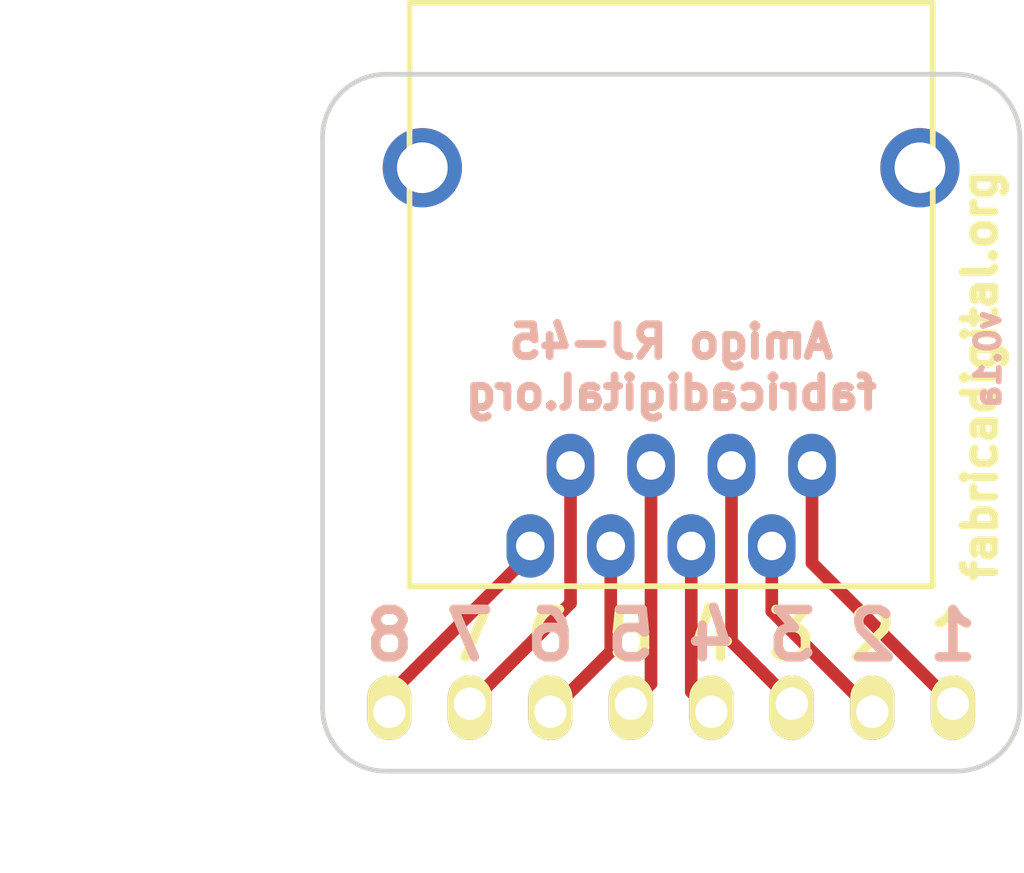
<source format=kicad_pcb>
(kicad_pcb (version 4) (host pcbnew 4.0.6-e0-6349~53~ubuntu16.04.1)

  (general
    (links 9)
    (no_connects 1)
    (area 128.040001 97.374999 160.505001 127.120001)
    (thickness 1.6)
    (drawings 29)
    (tracks 18)
    (zones 0)
    (modules 2)
    (nets 10)
  )

  (page A4)
  (layers
    (0 F.Cu signal)
    (31 B.Cu signal)
    (32 B.Adhes user)
    (33 F.Adhes user)
    (34 B.Paste user)
    (35 F.Paste user)
    (36 B.SilkS user)
    (37 F.SilkS user)
    (38 B.Mask user)
    (39 F.Mask user)
    (40 Dwgs.User user)
    (41 Cmts.User user)
    (42 Eco1.User user)
    (43 Eco2.User user)
    (44 Edge.Cuts user)
    (45 Margin user)
    (46 B.CrtYd user)
    (47 F.CrtYd user)
    (48 B.Fab user)
    (49 F.Fab user hide)
  )

  (setup
    (last_trace_width 0.25)
    (user_trace_width 0.25)
    (user_trace_width 0.4)
    (trace_clearance 0.2)
    (zone_clearance 0.508)
    (zone_45_only no)
    (trace_min 0.2)
    (segment_width 0.2)
    (edge_width 0.15)
    (via_size 0.6)
    (via_drill 0.4)
    (via_min_size 0.4)
    (via_min_drill 0.3)
    (uvia_size 0.3)
    (uvia_drill 0.1)
    (uvias_allowed no)
    (uvia_min_size 0.2)
    (uvia_min_drill 0.1)
    (pcb_text_width 0.3)
    (pcb_text_size 1.5 1.5)
    (mod_edge_width 0.15)
    (mod_text_size 1 1)
    (mod_text_width 0.15)
    (pad_size 1.524 1.524)
    (pad_drill 0.762)
    (pad_to_mask_clearance 0.2)
    (aux_axis_origin 138.43 121.92)
    (grid_origin 138.43 121.92)
    (visible_elements FFFFFF7F)
    (pcbplotparams
      (layerselection 0x010f0_80000001)
      (usegerberextensions true)
      (excludeedgelayer true)
      (linewidth 0.100000)
      (plotframeref false)
      (viasonmask false)
      (mode 1)
      (useauxorigin true)
      (hpglpennumber 1)
      (hpglpenspeed 20)
      (hpglpendiameter 15)
      (hpglpenoverlay 2)
      (psnegative false)
      (psa4output false)
      (plotreference true)
      (plotvalue true)
      (plotinvisibletext false)
      (padsonsilk false)
      (subtractmaskfromsilk false)
      (outputformat 1)
      (mirror false)
      (drillshape 0)
      (scaleselection 1)
      (outputdirectory fab))
  )

  (net 0 "")
  (net 1 /1)
  (net 2 /2)
  (net 3 /3)
  (net 4 /4)
  (net 5 /5)
  (net 6 /6)
  (net 7 /7)
  (net 8 /8)
  (net 9 "Net-(J1-Pad9)")

  (net_class Default "This is the default net class."
    (clearance 0.2)
    (trace_width 0.25)
    (via_dia 0.6)
    (via_drill 0.4)
    (uvia_dia 0.3)
    (uvia_drill 0.1)
    (add_net /1)
    (add_net /2)
    (add_net /3)
    (add_net /4)
    (add_net /5)
    (add_net /6)
    (add_net /7)
    (add_net /8)
    (add_net "Net-(J1-Pad9)")
  )

  (module sneaky-headers:sneaky_header_01x08_str_2.54mm (layer F.Cu) (tedit 593AC2F8) (tstamp 593ABE4F)
    (at 149.43 119.92 180)
    (path /593ABB4C)
    (fp_text reference P1 (at 0 1.905 180) (layer F.SilkS) hide
      (effects (font (size 1 1) (thickness 0.15)))
    )
    (fp_text value CONN_01X08 (at 0 -1.905 180) (layer F.Fab) hide
      (effects (font (size 1 1) (thickness 0.15)))
    )
    (pad 1 thru_hole oval (at -8.89 0.127 180) (size 1.397 2.032) (drill 1.016 (offset 0 -0.127)) (layers *.Cu *.Mask F.SilkS)
      (net 1 /1))
    (pad 2 thru_hole oval (at -6.35 -0.127 180) (size 1.397 2.032) (drill 1.016 (offset 0 0.127)) (layers *.Cu *.Mask F.SilkS)
      (net 2 /2))
    (pad 3 thru_hole oval (at -3.81 0.127 180) (size 1.397 2.032) (drill 1.016 (offset 0 -0.127)) (layers *.Cu *.Mask F.SilkS)
      (net 3 /3))
    (pad 4 thru_hole oval (at -1.27 -0.127 180) (size 1.397 2.032) (drill 1.016 (offset 0 0.127)) (layers *.Cu *.Mask F.SilkS)
      (net 4 /4))
    (pad 5 thru_hole oval (at 1.27 0.127 180) (size 1.397 2.032) (drill 1.016 (offset 0 -0.127)) (layers *.Cu *.Mask F.SilkS)
      (net 5 /5))
    (pad 6 thru_hole oval (at 3.81 -0.127 180) (size 1.397 2.032) (drill 1.016 (offset 0 0.127)) (layers *.Cu *.Mask F.SilkS)
      (net 6 /6))
    (pad 7 thru_hole oval (at 6.35 0.127 180) (size 1.397 2.032) (drill 1.016 (offset 0 -0.127)) (layers *.Cu *.Mask F.SilkS)
      (net 7 /7))
    (pad 8 thru_hole oval (at 8.89 -0.127 180) (size 1.397 2.032) (drill 1.016 (offset 0 0.127)) (layers *.Cu *.Mask F.SilkS)
      (net 8 /8))
  )

  (module assmann-wsw:AssmannWSW_A_2004_2_4 (layer F.Cu) (tedit 593ABE08) (tstamp 593ABB55)
    (at 149.43 105.92 180)
    (path /593ABA16)
    (fp_text reference J1 (at -0.0889 0 180) (layer F.SilkS) hide
      (effects (font (size 0.75 0.75) (thickness 0.18)))
    )
    (fp_text value RJ45 (at 0 6.985 180) (layer F.Fab) hide
      (effects (font (size 1 1) (thickness 0.15)))
    )
    (fp_line (start 8.255 8.255) (end 8.255 -10.16) (layer F.SilkS) (width 0.18))
    (fp_line (start 8.255 -10.16) (end -8.255 -10.16) (layer F.SilkS) (width 0.18))
    (fp_line (start -8.255 -10.16) (end -8.255 8.255) (layer F.SilkS) (width 0.18))
    (fp_line (start -8.255 8.255) (end 8.255 8.255) (layer F.SilkS) (width 0.18))
    (pad "" np_thru_hole circle (at -5.715 0 180) (size 3.2 3.2) (drill 3.2) (layers *.Cu *.Mask))
    (pad "" np_thru_hole circle (at 5.715 0 180) (size 3.2 3.2) (drill 3.2) (layers *.Cu *.Mask))
    (pad 1 thru_hole oval (at -4.445 -6.35 180) (size 1.5 2) (drill 0.9) (layers *.Cu *.Mask)
      (net 1 /1))
    (pad 2 thru_hole oval (at -3.175 -8.89 180) (size 1.5 2) (drill 0.9) (layers *.Cu *.Mask)
      (net 2 /2))
    (pad 3 thru_hole oval (at -1.905 -6.35 180) (size 1.5 2) (drill 0.9) (layers *.Cu *.Mask)
      (net 3 /3))
    (pad 4 thru_hole oval (at -0.635 -8.89 180) (size 1.5 2) (drill 0.9) (layers *.Cu *.Mask)
      (net 4 /4))
    (pad 5 thru_hole oval (at 0.635 -6.35 180) (size 1.5 2) (drill 0.9) (layers *.Cu *.Mask)
      (net 5 /5))
    (pad 6 thru_hole oval (at 1.905 -8.89 180) (size 1.5 2) (drill 0.9) (layers *.Cu *.Mask)
      (net 6 /6))
    (pad 7 thru_hole oval (at 3.175 -6.35 180) (size 1.5 2) (drill 0.9) (layers *.Cu *.Mask)
      (net 7 /7))
    (pad 8 thru_hole oval (at 4.445 -8.89 180) (size 1.5 2) (drill 0.9) (layers *.Cu *.Mask)
      (net 8 /8))
    (pad 9 thru_hole circle (at -7.85 3.05 180) (size 2.5 2.5) (drill 1.6) (layers *.Cu *.Mask)
      (net 9 "Net-(J1-Pad9)"))
    (pad 9 thru_hole circle (at 7.85 3.05 180) (size 2.5 2.5) (drill 1.6) (layers *.Cu *.Mask)
      (net 9 "Net-(J1-Pad9)"))
  )

  (gr_text fabricadigital.org (at 159.18 109.42 90) (layer F.SilkS)
    (effects (font (size 1 1) (thickness 0.25)))
  )
  (gr_arc (start 140.43 119.92) (end 140.43 121.92) (angle 90) (layer Edge.Cuts) (width 0.15))
  (gr_arc (start 158.43 119.92) (end 160.43 119.92) (angle 90) (layer Edge.Cuts) (width 0.15))
  (gr_arc (start 158.43 101.92) (end 158.43 99.92) (angle 90) (layer Edge.Cuts) (width 0.15))
  (gr_arc (start 140.43 101.92) (end 138.43 101.92) (angle 90) (layer Edge.Cuts) (width 0.15))
  (gr_line (start 138.43 119.92) (end 138.43 101.92) (layer Edge.Cuts) (width 0.15))
  (gr_text v0.1a (at 159.43 108.92 90) (layer B.SilkS)
    (effects (font (size 0.75 0.75) (thickness 0.1875)) (justify mirror))
  )
  (gr_text 8 (at 140.54 117.634) (layer B.SilkS) (tstamp 593ABD45)
    (effects (font (size 1.5 1.5) (thickness 0.3)) (justify mirror))
  )
  (gr_text 7 (at 143.08 117.634) (layer B.SilkS) (tstamp 593ABD3D)
    (effects (font (size 1.5 1.5) (thickness 0.3)) (justify mirror))
  )
  (gr_text 6 (at 145.62 117.634) (layer B.SilkS) (tstamp 593ABD35)
    (effects (font (size 1.5 1.5) (thickness 0.3)) (justify mirror))
  )
  (gr_text 5 (at 148.16 117.634) (layer B.SilkS) (tstamp 593ABD28)
    (effects (font (size 1.5 1.5) (thickness 0.3)) (justify mirror))
  )
  (gr_text 4 (at 150.7 117.634) (layer B.SilkS) (tstamp 593ABD20)
    (effects (font (size 1.5 1.5) (thickness 0.3)) (justify mirror))
  )
  (gr_text 3 (at 153.24 117.634) (layer B.SilkS) (tstamp 593ABD18)
    (effects (font (size 1.5 1.5) (thickness 0.3)) (justify mirror))
  )
  (gr_text 2 (at 155.78 117.634) (layer B.SilkS) (tstamp 593ABD0D)
    (effects (font (size 1.5 1.5) (thickness 0.3)) (justify mirror))
  )
  (gr_text 1 (at 158.32 117.634) (layer B.SilkS) (tstamp 593ABD00)
    (effects (font (size 1.5 1.5) (thickness 0.3)) (justify mirror))
  )
  (gr_text "Amigo RJ-45\nfabricadigital.org" (at 149.43 109.17) (layer B.SilkS)
    (effects (font (size 1 1) (thickness 0.25)) (justify mirror))
  )
  (dimension 22 (width 0.3) (layer Cmts.User)
    (gr_text "22,000 mm" (at 134.54 110.92 270) (layer Cmts.User)
      (effects (font (size 1.5 1.5) (thickness 0.3)))
    )
    (feature1 (pts (xy 138.43 121.92) (xy 133.19 121.92)))
    (feature2 (pts (xy 138.43 99.92) (xy 133.19 99.92)))
    (crossbar (pts (xy 135.89 99.92) (xy 135.89 121.92)))
    (arrow1a (pts (xy 135.89 121.92) (xy 135.303579 120.793496)))
    (arrow1b (pts (xy 135.89 121.92) (xy 136.476421 120.793496)))
    (arrow2a (pts (xy 135.89 99.92) (xy 135.303579 101.046504)))
    (arrow2b (pts (xy 135.89 99.92) (xy 136.476421 101.046504)))
  )
  (dimension 22 (width 0.3) (layer Cmts.User)
    (gr_text "22,000 mm" (at 149.43 125.77) (layer Cmts.User)
      (effects (font (size 1.5 1.5) (thickness 0.3)))
    )
    (feature1 (pts (xy 160.43 121.92) (xy 160.43 127.12)))
    (feature2 (pts (xy 138.43 121.92) (xy 138.43 127.12)))
    (crossbar (pts (xy 138.43 124.42) (xy 160.43 124.42)))
    (arrow1a (pts (xy 160.43 124.42) (xy 159.303496 125.006421)))
    (arrow1b (pts (xy 160.43 124.42) (xy 159.303496 123.833579)))
    (arrow2a (pts (xy 138.43 124.42) (xy 139.556504 125.006421)))
    (arrow2b (pts (xy 138.43 124.42) (xy 139.556504 123.833579)))
  )
  (gr_line (start 158.43 121.92) (end 140.43 121.92) (layer Edge.Cuts) (width 0.15))
  (gr_line (start 160.43 101.92) (end 160.43 119.92) (layer Edge.Cuts) (width 0.15))
  (gr_line (start 140.43 99.92) (end 158.43 99.92) (layer Edge.Cuts) (width 0.15))
  (gr_text 1 (at 158.32 117.634) (layer F.SilkS)
    (effects (font (size 1.5 1.5) (thickness 0.3)))
  )
  (gr_text 2 (at 155.78 117.634) (layer F.SilkS)
    (effects (font (size 1.5 1.5) (thickness 0.3)))
  )
  (gr_text 3 (at 153.24 117.634) (layer F.SilkS)
    (effects (font (size 1.5 1.5) (thickness 0.3)))
  )
  (gr_text 4 (at 150.7 117.634) (layer F.SilkS)
    (effects (font (size 1.5 1.5) (thickness 0.3)))
  )
  (gr_text 5 (at 148.16 117.634) (layer F.SilkS)
    (effects (font (size 1.5 1.5) (thickness 0.3)))
  )
  (gr_text 6 (at 145.62 117.634) (layer F.SilkS)
    (effects (font (size 1.5 1.5) (thickness 0.3)))
  )
  (gr_text 7 (at 143.08 117.634) (layer F.SilkS)
    (effects (font (size 1.5 1.5) (thickness 0.3)))
  )
  (gr_text 8 (at 140.54 117.634) (layer F.SilkS)
    (effects (font (size 1.5 1.5) (thickness 0.3)))
  )

  (segment (start 158.32 119.793) (end 153.875 115.348) (width 0.4) (layer F.Cu) (net 1))
  (segment (start 153.875 115.348) (end 153.875 112.27) (width 0.4) (layer F.Cu) (net 1))
  (segment (start 155.78 120.047) (end 152.605 116.872) (width 0.4) (layer F.Cu) (net 2))
  (segment (start 152.605 116.872) (end 152.605 114.81) (width 0.4) (layer F.Cu) (net 2))
  (segment (start 153.24 119.73) (end 151.335 117.825) (width 0.4) (layer F.Cu) (net 3))
  (segment (start 151.335 117.825) (end 151.335 112.27) (width 0.4) (layer F.Cu) (net 3))
  (segment (start 153.24 119.793) (end 153.24 119.73) (width 0.4) (layer F.Cu) (net 3))
  (segment (start 150.7 120.047) (end 150.065 119.412) (width 0.4) (layer F.Cu) (net 4))
  (segment (start 150.065 119.412) (end 150.065 114.81) (width 0.4) (layer F.Cu) (net 4))
  (segment (start 148.16 119.793) (end 148.795 119.158) (width 0.4) (layer F.Cu) (net 5))
  (segment (start 148.795 119.158) (end 148.795 112.27) (width 0.4) (layer F.Cu) (net 5))
  (segment (start 145.62 120.047) (end 147.525 118.142) (width 0.4) (layer F.Cu) (net 6))
  (segment (start 147.525 118.142) (end 147.525 114.81) (width 0.4) (layer F.Cu) (net 6))
  (segment (start 143.08 119.793) (end 146.255 116.618) (width 0.4) (layer F.Cu) (net 7))
  (segment (start 146.255 116.618) (end 146.255 112.27) (width 0.4) (layer F.Cu) (net 7))
  (segment (start 140.54 120.047) (end 140.54 119.505) (width 0.4) (layer F.Cu) (net 8))
  (segment (start 140.54 119.505) (end 144.985 115.06) (width 0.4) (layer F.Cu) (net 8))
  (segment (start 144.985 115.06) (end 144.985 114.81) (width 0.4) (layer F.Cu) (net 8))

)

</source>
